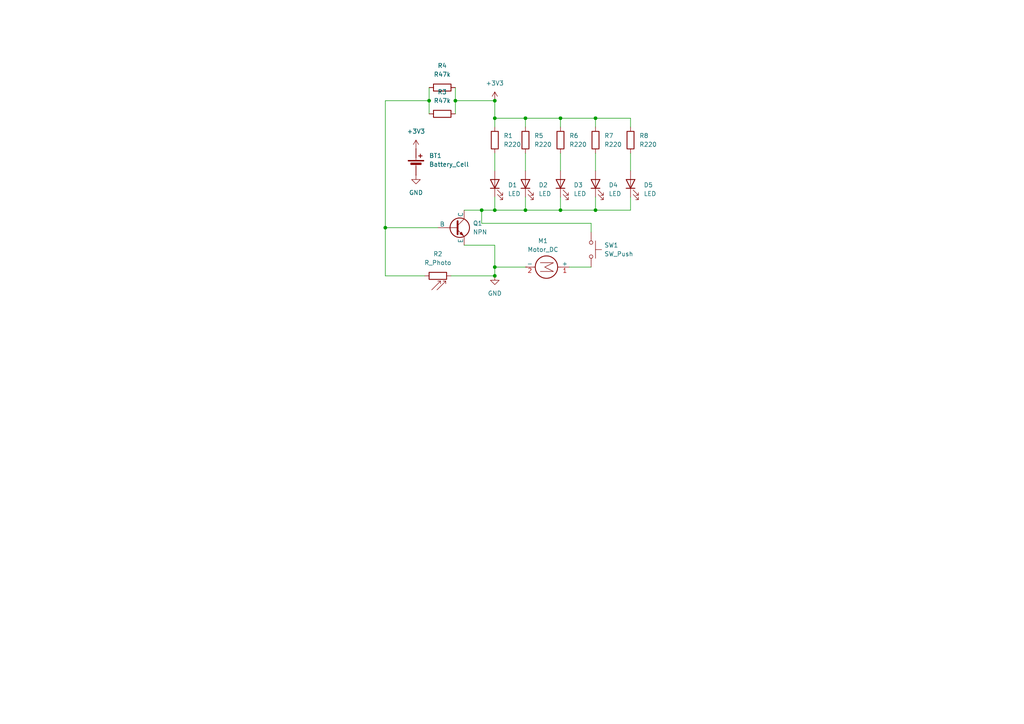
<source format=kicad_sch>
(kicad_sch (version 20250114) (generator "eeschema") (generator_version "9.0")
  (paper "A4")
  (lib_symbols
    (symbol "Device:Battery_Cell" (pin_numbers (hide yes)) (pin_names (offset 0) (hide yes))
      (property "Reference" "BT" (at 2.54 2.54 0))
      (property "Value" "Battery_Cell" (at 2.54 0 0))
      (symbol "Battery_Cell_0_1"
        (rectangle (start -2.286 1.778) (end 2.286 1.524) (fill (type outline)))
        (rectangle (start -1.524 1.016) (end 1.524 0.508) (fill (type outline)))
        (polyline (pts (xy 0 1.778) (xy 0 2.54)))
        (polyline (pts (xy 0 0.762) (xy 0 0)))
        (polyline (pts (xy 0.762 3.048) (xy 1.778 3.048)) (stroke (width 0.254)))
        (polyline (pts (xy 1.27 3.556) (xy 1.27 2.54)) (stroke (width 0.254)))
      )
      (symbol "Battery_Cell_1_1"
        (pin passive line (at 0 5.08 270) (length 2.54) (name "+") (number "1"))
        (pin passive line (at 0 -2.54 90) (length 2.54) (name "-") (number "2"))
      )
    )
    (symbol "Device:LED" (pin_numbers (hide yes)) (pin_names (offset 1.016) (hide yes))
      (property "Reference" "D" (at 0 2.54 0))
      (property "Value" "LED" (at 0 -2.54 0))
      (symbol "LED_0_1"
        (polyline (pts (xy -3.048 -0.762) (xy -4.572 -2.286) (xy -3.81 -2.286) (xy -4.572 -2.286) (xy -4.572 -1.524)))
        (polyline (pts (xy -1.778 -0.762) (xy -3.302 -2.286) (xy -2.54 -2.286) (xy -3.302 -2.286) (xy -3.302 -1.524)))
        (polyline (pts (xy -1.27 0) (xy 1.27 0)))
        (polyline (pts (xy -1.27 -1.27) (xy -1.27 1.27)) (stroke (width 0.254)))
        (polyline (pts (xy 1.27 -1.27) (xy 1.27 1.27) (xy -1.27 0) (xy 1.27 -1.27)) (stroke (width 0.254)))
      )
      (symbol "LED_1_1"
        (pin passive line (at -3.81 0 0) (length 2.54) (name "K") (number "1"))
        (pin passive line (at 3.81 0 180) (length 2.54) (name "A") (number "2"))
      )
    )
    (symbol "Device:R" (pin_numbers (hide yes)) (pin_names (offset 0))
      (property "Reference" "R" (at 2.032 0 90))
      (property "Value" "R" (at 0 0 90))
      (symbol "R_0_1"
        (rectangle (start -1.016 -2.54) (end 1.016 2.54) (stroke (width 0.254)))
      )
      (symbol "R_1_1"
        (pin passive line (at 0 3.81 270) (length 1.27) (name "~") (number "1"))
        (pin passive line (at 0 -3.81 90) (length 1.27) (name "~") (number "2"))
      )
    )
    (symbol "Device:R_Photo" (pin_numbers (hide yes)) (pin_names (offset 0))
      (property "Reference" "R" (at 1.27 1.27 0))
      (property "Value" "R_Photo" (at 1.27 0 0))
      (symbol "R_Photo_0_1"
        (polyline (pts (xy -1.524 -0.762) (xy -4.064 1.778)))
        (polyline (pts (xy -1.524 -0.762) (xy -2.286 -0.762)))
        (polyline (pts (xy -1.524 -0.762) (xy -1.524 0)))
        (polyline (pts (xy -1.524 -2.286) (xy -4.064 0.254)))
        (polyline (pts (xy -1.524 -2.286) (xy -2.286 -2.286)))
        (polyline (pts (xy -1.524 -2.286) (xy -1.524 -1.524)))
        (rectangle (start -1.016 2.54) (end 1.016 -2.54) (stroke (width 0.254)))
      )
      (symbol "R_Photo_1_1"
        (pin passive line (at 0 3.81 270) (length 1.27) (name "~") (number "1"))
        (pin passive line (at 0 -3.81 90) (length 1.27) (name "~") (number "2"))
      )
    )
    (symbol "Motor:Motor_DC" (pin_names (offset 0))
      (property "Reference" "M" (at 2.54 2.54 0))
      (property "Value" "Motor_DC" (at 2.54 -5.08 0))
      (symbol "Motor_DC_0_0"
        (polyline (pts (xy -1.27 -3.302) (xy -1.27 0.508) (xy 0 -2.032) (xy 1.27 0.508) (xy 1.27 -3.302)))
      )
      (symbol "Motor_DC_0_1"
        (polyline (pts (xy 0 2.032) (xy 0 2.54)))
        (polyline (pts (xy 0 1.7272) (xy 0 2.0828)))
        (circle (center 0 -1.524) (radius 3.2512) (stroke (width 0.254)))
        (polyline (pts (xy 0 -4.7752) (xy 0 -5.1816)))
        (polyline (pts (xy 0 -7.62) (xy 0 -7.112)))
      )
      (symbol "Motor_DC_1_1"
        (pin passive line (at 0 5.08 270) (length 2.54) (name "+") (number "1"))
        (pin passive line (at 0 -7.62 90) (length 2.54) (name "-") (number "2"))
      )
    )
    (symbol "Simulation_SPICE:NPN" (pin_numbers (hide yes)) (pin_names (offset 0))
      (property "Reference" "Q" (at -2.54 7.62 0))
      (property "Value" "NPN" (at -2.54 5.08 0))
      (symbol "NPN_0_1"
        (polyline (pts (xy -2.54 0) (xy 0.635 0)) (stroke (width 0.1524)))
        (polyline (pts (xy 0.635 1.905) (xy 0.635 -1.905) (xy 0.635 -1.905)) (stroke (width 0.508)))
        (polyline (pts (xy 0.635 0.635) (xy 2.54 2.54)))
        (polyline (pts (xy 0.635 -0.635) (xy 2.54 -2.54) (xy 2.54 -2.54)))
        (circle (center 1.27 0) (radius 2.8194) (stroke (width 0.254)))
        (polyline (pts (xy 1.27 -1.778) (xy 1.778 -1.27) (xy 2.286 -2.286) (xy 1.27 -1.778) (xy 1.27 -1.778)) (fill (type outline)))
        (polyline (pts (xy 2.794 -1.27) (xy 2.794 -1.27)) (stroke (width 0.1524)))
        (polyline (pts (xy 2.794 -1.27) (xy 2.794 -1.27)) (stroke (width 0.1524)))
      )
      (symbol "NPN_1_1"
        (pin input line (at -5.08 0 0) (length 2.54) (name "B") (number "2"))
        (pin open_collector line (at 2.54 5.08 270) (length 2.54) (name "C") (number "1"))
        (pin open_emitter line (at 2.54 -5.08 90) (length 2.54) (name "E") (number "3"))
      )
    )
    (symbol "Switch:SW_Push" (pin_numbers (hide yes)) (pin_names (offset 1.016) (hide yes))
      (property "Reference" "SW" (at 1.27 2.54 0))
      (property "Value" "SW_Push" (at 0 -1.524 0))
      (symbol "SW_Push_0_1"
        (circle (center -2.032 0) (radius 0.508))
        (polyline (pts (xy 0 1.27) (xy 0 3.048)))
        (circle (center 2.032 0) (radius 0.508))
        (polyline (pts (xy 2.54 1.27) (xy -2.54 1.27)))
        (pin passive line (at -5.08 0 0) (length 2.54) (name "1") (number "1"))
        (pin passive line (at 5.08 0 180) (length 2.54) (name "2") (number "2"))
      )
    )
    (symbol "power:+3V3" (power) (pin_numbers (hide yes)) (pin_names (offset 0) (hide yes))
      (property "Value" "+3V3" (at 0 3.556 0))
      (symbol "+3V3_0_1"
        (polyline (pts (xy -0.762 1.27) (xy 0 2.54)))
        (polyline (pts (xy 0 2.54) (xy 0.762 1.27)))
        (polyline (pts (xy 0 0) (xy 0 2.54)))
      )
      (symbol "+3V3_1_1"
        (pin power_in line (at 0 0 90) (length 0) (name "~") (number "1"))
      )
    )
    (symbol "power:GND" (power) (pin_numbers (hide yes)) (pin_names (offset 0) (hide yes))
      (property "Value" "GND" (at 0 -3.81 0))
      (symbol "GND_0_1"
        (polyline (pts (xy 0 0) (xy 0 -1.27) (xy 1.27 -1.27) (xy 0 -2.54) (xy -1.27 -1.27) (xy 0 -1.27)))
      )
      (symbol "GND_1_1"
        (pin power_in line (at 0 0 270) (length 0) (name "~") (number "1"))
      )
    )
  )
  (junction (at 143.51 60.96))
  (junction (at 143.51 80.01))
  (junction (at 172.72 60.96))
  (junction (at 162.56 34.29))
  (junction (at 143.51 77.47))
  (junction (at 152.4 60.96))
  (junction (at 124.46 29.21))
  (junction (at 139.7 60.96))
  (junction (at 132.08 29.21))
  (junction (at 152.4 34.29))
  (junction (at 111.76 66.04))
  (junction (at 162.56 60.96))
  (junction (at 172.72 34.29))
  (junction (at 143.51 34.29))
  (junction (at 143.51 29.21))
  (wire (pts (xy 152.4 44.45) (xy 152.4 49.53)))
  (wire (pts (xy 165.1 77.47) (xy 171.45 77.47)))
  (wire (pts (xy 172.72 57.15) (xy 172.72 60.96)))
  (wire (pts (xy 143.51 29.21) (xy 132.08 29.21)))
  (wire (pts (xy 139.7 64.77) (xy 171.45 64.77)))
  (wire (pts (xy 130.81 80.01) (xy 143.51 80.01)))
  (wire (pts (xy 124.46 29.21) (xy 124.46 33.02)))
  (wire (pts (xy 143.51 71.12) (xy 143.51 77.47)))
  (wire (pts (xy 152.4 57.15) (xy 152.4 60.96)))
  (wire (pts (xy 111.76 66.04) (xy 127 66.04)))
  (wire (pts (xy 172.72 60.96) (xy 182.88 60.96)))
  (wire (pts (xy 162.56 44.45) (xy 162.56 49.53)))
  (wire (pts (xy 132.08 25.4) (xy 132.08 29.21)))
  (wire (pts (xy 182.88 34.29) (xy 182.88 36.83)))
  (wire (pts (xy 152.4 34.29) (xy 162.56 34.29)))
  (wire (pts (xy 132.08 29.21) (xy 132.08 33.02)))
  (wire (pts (xy 139.7 60.96) (xy 139.7 64.77)))
  (wire (pts (xy 143.51 34.29) (xy 143.51 36.83)))
  (wire (pts (xy 152.4 60.96) (xy 162.56 60.96)))
  (wire (pts (xy 171.45 64.77) (xy 171.45 67.31)))
  (wire (pts (xy 143.51 44.45) (xy 143.51 49.53)))
  (wire (pts (xy 124.46 25.4) (xy 124.46 29.21)))
  (wire (pts (xy 143.51 77.47) (xy 152.4 77.47)))
  (wire (pts (xy 111.76 80.01) (xy 123.19 80.01)))
  (wire (pts (xy 111.76 66.04) (xy 111.76 80.01)))
  (wire (pts (xy 152.4 34.29) (xy 152.4 36.83)))
  (wire (pts (xy 143.51 34.29) (xy 152.4 34.29)))
  (wire (pts (xy 143.51 57.15) (xy 143.51 60.96)))
  (wire (pts (xy 172.72 44.45) (xy 172.72 49.53)))
  (wire (pts (xy 124.46 29.21) (xy 111.76 29.21)))
  (wire (pts (xy 111.76 29.21) (xy 111.76 66.04)))
  (wire (pts (xy 134.62 60.96) (xy 139.7 60.96)))
  (wire (pts (xy 162.56 60.96) (xy 172.72 60.96)))
  (wire (pts (xy 162.56 34.29) (xy 172.72 34.29)))
  (wire (pts (xy 143.51 77.47) (xy 143.51 80.01)))
  (wire (pts (xy 134.62 71.12) (xy 143.51 71.12)))
  (wire (pts (xy 172.72 34.29) (xy 182.88 34.29)))
  (wire (pts (xy 162.56 57.15) (xy 162.56 60.96)))
  (wire (pts (xy 139.7 60.96) (xy 143.51 60.96)))
  (wire (pts (xy 143.51 29.21) (xy 143.51 34.29)))
  (wire (pts (xy 182.88 60.96) (xy 182.88 57.15)))
  (wire (pts (xy 143.51 60.96) (xy 152.4 60.96)))
  (wire (pts (xy 182.88 44.45) (xy 182.88 49.53)))
  (wire (pts (xy 172.72 34.29) (xy 172.72 36.83)))
  (wire (pts (xy 162.56 34.29) (xy 162.56 36.83)))
  (symbol (lib_id "Device:R") (at 162.56 40.64 0) (unit 1)
    (property "Reference" "R6" (at 165.1 39.3699 0) (effects (justify left)))
    (property "Value" "R220" (at 165.1 41.9099 0) (effects (justify left)))
    (property "Footprint" "Resistor_THT:R_Axial_DIN0207_L6.3mm_D2.5mm_P7.62mm_Horizontal" (effects (hide yes)))
    (property "Description" "Resistor" (effects (hide yes)))
  )
  (symbol (lib_id "Device:R") (at 128.27 25.4 90) (unit 1)
    (property "Reference" "R4" (at 128.27 19.05 90))
    (property "Value" "R47k" (at 128.27 21.59 90))
    (property "Footprint" "Resistor_THT:R_Axial_DIN0207_L6.3mm_D2.5mm_P7.62mm_Horizontal" (effects (hide yes)))
    (property "Description" "Resistor" (effects (hide yes)))
  )
  (symbol (lib_id "power:GND") (at 143.51 80.01 0) (unit 1)
    (property "Reference" "#PWR04" (effects (hide yes)))
    (property "Value" "GND" (at 143.51 85.09 0))
    (property "Description" "Power symbol creates a global label with name \"GND\" , ground" (effects (hide yes)))
  )
  (symbol (lib_id "Device:LED") (at 162.56 53.34 90) (unit 1)
    (property "Reference" "D3" (at 166.37 53.6574 90) (effects (justify right)))
    (property "Value" "LED" (at 166.37 56.1974 90) (effects (justify right)))
    (property "Footprint" "LED_THT:LED_D5.0mm" (effects (hide yes)))
    (property "Description" "Light emitting diode" (effects (hide yes)))
    (property "Sim.Pins" "1=K 2=A" (effects (hide yes)))
  )
  (symbol (lib_id "Device:LED") (at 143.51 53.34 90) (unit 1)
    (property "Reference" "D1" (at 147.32 53.6574 90) (effects (justify right)))
    (property "Value" "LED" (at 147.32 56.1974 90) (effects (justify right)))
    (property "Footprint" "LED_THT:LED_D5.0mm" (effects (hide yes)))
    (property "Description" "Light emitting diode" (effects (hide yes)))
    (property "Sim.Pins" "1=K 2=A" (effects (hide yes)))
  )
  (symbol (lib_id "Device:R") (at 182.88 40.64 0) (unit 1)
    (property "Reference" "R8" (at 185.42 39.3699 0) (effects (justify left)))
    (property "Value" "R220" (at 185.42 41.9099 0) (effects (justify left)))
    (property "Footprint" "Resistor_THT:R_Axial_DIN0207_L6.3mm_D2.5mm_P7.62mm_Horizontal" (effects (hide yes)))
    (property "Description" "Resistor" (effects (hide yes)))
  )
  (symbol (lib_id "Device:R") (at 152.4 40.64 0) (unit 1)
    (property "Reference" "R5" (at 154.94 39.3699 0) (effects (justify left)))
    (property "Value" "R220" (at 154.94 41.9099 0) (effects (justify left)))
    (property "Footprint" "Resistor_THT:R_Axial_DIN0207_L6.3mm_D2.5mm_P7.62mm_Horizontal" (effects (hide yes)))
    (property "Description" "Resistor" (effects (hide yes)))
  )
  (symbol (lib_id "power:+3V3") (at 120.65 43.18 0) (unit 1)
    (property "Reference" "#PWR01" (effects (hide yes)))
    (property "Value" "+3V3" (at 120.65 38.1 0))
    (property "Description" "Power symbol creates a global label with name \"+3V3\"" (effects (hide yes)))
  )
  (symbol (lib_id "Device:R") (at 143.51 40.64 0) (unit 1)
    (property "Reference" "R1" (at 146.05 39.3699 0) (effects (justify left)))
    (property "Value" "R220" (at 146.05 41.9099 0) (effects (justify left)))
    (property "Footprint" "Resistor_THT:R_Axial_DIN0207_L6.3mm_D2.5mm_P7.62mm_Horizontal" (effects (hide yes)))
    (property "Description" "Resistor" (effects (hide yes)))
  )
  (symbol (lib_id "Simulation_SPICE:NPN") (at 132.08 66.04 0) (unit 1)
    (property "Reference" "Q1" (at 137.16 64.7699 0) (effects (justify left)))
    (property "Value" "NPN" (at 137.16 67.3099 0) (effects (justify left)))
    (property "Footprint" "Package_TO_SOT_THT:TO-92L_HandSolder" (effects (hide yes)))
    (property "Datasheet" "https://ngspice.sourceforge.io/docs/ngspice-html-manual/manual.xhtml#cha_BJTs" (effects (hide yes)))
    (property "Description" "Bipolar transistor symbol for simulation only, substrate tied to the emitter" (effects (hide yes)))
    (property "Sim.Device" "NPN" (effects (hide yes)))
    (property "Sim.Type" "GUMMELPOON" (effects (hide yes)))
    (property "Sim.Pins" "1=C 2=B 3=E" (effects (hide yes)))
  )
  (symbol (lib_id "Device:R") (at 172.72 40.64 0) (unit 1)
    (property "Reference" "R7" (at 175.26 39.3699 0) (effects (justify left)))
    (property "Value" "R220" (at 175.26 41.9099 0) (effects (justify left)))
    (property "Footprint" "Resistor_THT:R_Axial_DIN0207_L6.3mm_D2.5mm_P7.62mm_Horizontal" (effects (hide yes)))
    (property "Description" "Resistor" (effects (hide yes)))
  )
  (symbol (lib_id "Device:LED") (at 182.88 53.34 90) (unit 1)
    (property "Reference" "D5" (at 186.69 53.6574 90) (effects (justify right)))
    (property "Value" "LED" (at 186.69 56.1974 90) (effects (justify right)))
    (property "Footprint" "LED_THT:LED_D5.0mm" (effects (hide yes)))
    (property "Description" "Light emitting diode" (effects (hide yes)))
    (property "Sim.Pins" "1=K 2=A" (effects (hide yes)))
  )
  (symbol (lib_id "Device:R_Photo") (at 127 80.01 90) (unit 1)
    (property "Reference" "R2" (at 127 73.66 90))
    (property "Value" "R_Photo" (at 127 76.2 90))
    (property "Footprint" "OptoDevice:R_LDR_5.1x4.3mm_P3.4mm_Vertical" (effects (hide yes)))
    (property "Description" "Photoresistor" (effects (hide yes)))
  )
  (symbol (lib_id "power:GND") (at 120.65 50.8 0) (unit 1)
    (property "Reference" "#PWR02" (effects (hide yes)))
    (property "Value" "GND" (at 120.65 55.88 0))
    (property "Description" "Power symbol creates a global label with name \"GND\" , ground" (effects (hide yes)))
  )
  (symbol (lib_id "Device:LED") (at 172.72 53.34 90) (unit 1)
    (property "Reference" "D4" (at 176.53 53.6574 90) (effects (justify right)))
    (property "Value" "LED" (at 176.53 56.1974 90) (effects (justify right)))
    (property "Footprint" "LED_THT:LED_D5.0mm" (effects (hide yes)))
    (property "Description" "Light emitting diode" (effects (hide yes)))
    (property "Sim.Pins" "1=K 2=A" (effects (hide yes)))
  )
  (symbol (lib_id "Motor:Motor_DC") (at 160.02 77.47 270) (unit 1)
    (property "Reference" "M1" (at 157.48 69.85 90))
    (property "Value" "Motor_DC" (at 157.48 72.39 90))
    (property "Footprint" "Connector_PinHeader_2.54mm:PinHeader_1x02_P2.54mm_Vertical" (effects (hide yes)))
    (property "Description" "DC Motor" (effects (hide yes)))
  )
  (symbol (lib_id "power:+3V3") (at 143.51 29.21 0) (unit 1)
    (property "Reference" "#PWR03" (effects (hide yes)))
    (property "Value" "+3V3" (at 143.51 24.13 0))
    (property "Description" "Power symbol creates a global label with name \"+3V3\"" (effects (hide yes)))
  )
  (symbol (lib_id "Switch:SW_Push") (at 171.45 72.39 270) (unit 1)
    (property "Reference" "SW1" (at 175.26 71.1199 90) (effects (justify left)))
    (property "Value" "SW_Push" (at 175.26 73.6599 90) (effects (justify left)))
    (property "Footprint" "Button_Switch_THT:SW_PUSH_6mm" (effects (hide yes)))
    (property "Description" "Push button switch, generic, two pins" (effects (hide yes)))
  )
  (symbol (lib_id "Device:LED") (at 152.4 53.34 90) (unit 1)
    (property "Reference" "D2" (at 156.21 53.6574 90) (effects (justify right)))
    (property "Value" "LED" (at 156.21 56.1974 90) (effects (justify right)))
    (property "Footprint" "LED_THT:LED_D5.0mm" (effects (hide yes)))
    (property "Description" "Light emitting diode" (effects (hide yes)))
    (property "Sim.Pins" "1=K 2=A" (effects (hide yes)))
  )
  (symbol (lib_id "Device:R") (at 128.27 33.02 90) (unit 1)
    (property "Reference" "R3" (at 128.27 26.67 90))
    (property "Value" "R47k" (at 128.27 29.21 90))
    (property "Footprint" "Resistor_THT:R_Axial_DIN0207_L6.3mm_D2.5mm_P7.62mm_Horizontal" (effects (hide yes)))
    (property "Description" "Resistor" (effects (hide yes)))
  )
  (symbol (lib_id "Device:Battery_Cell") (at 120.65 48.26 0) (unit 1)
    (property "Reference" "BT1" (at 124.46 45.1484 0) (effects (justify left)))
    (property "Value" "Battery_Cell" (at 124.46 47.6884 0) (effects (justify left)))
    (property "Footprint" "Battery:BatteryHolder_Keystone_3034_1x20mm" (effects (hide yes)))
    (property "Description" "Single-cell battery" (effects (hide yes)))
  )
)
</source>
